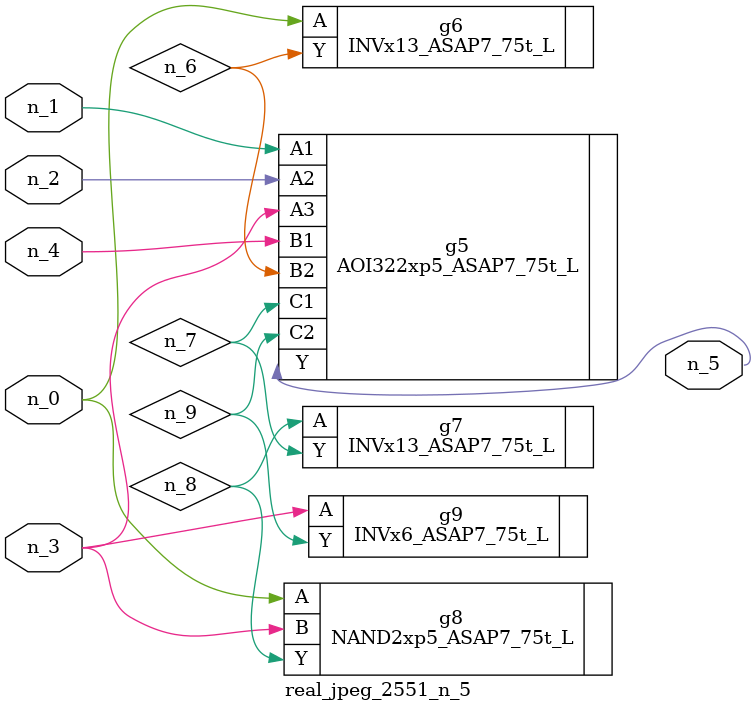
<source format=v>
module real_jpeg_2551_n_5 (n_4, n_0, n_1, n_2, n_3, n_5);

input n_4;
input n_0;
input n_1;
input n_2;
input n_3;

output n_5;

wire n_8;
wire n_6;
wire n_7;
wire n_9;

INVx13_ASAP7_75t_L g6 ( 
.A(n_0),
.Y(n_6)
);

NAND2xp5_ASAP7_75t_L g8 ( 
.A(n_0),
.B(n_3),
.Y(n_8)
);

AOI322xp5_ASAP7_75t_L g5 ( 
.A1(n_1),
.A2(n_2),
.A3(n_3),
.B1(n_4),
.B2(n_6),
.C1(n_7),
.C2(n_9),
.Y(n_5)
);

INVx6_ASAP7_75t_L g9 ( 
.A(n_3),
.Y(n_9)
);

INVx13_ASAP7_75t_L g7 ( 
.A(n_8),
.Y(n_7)
);


endmodule
</source>
